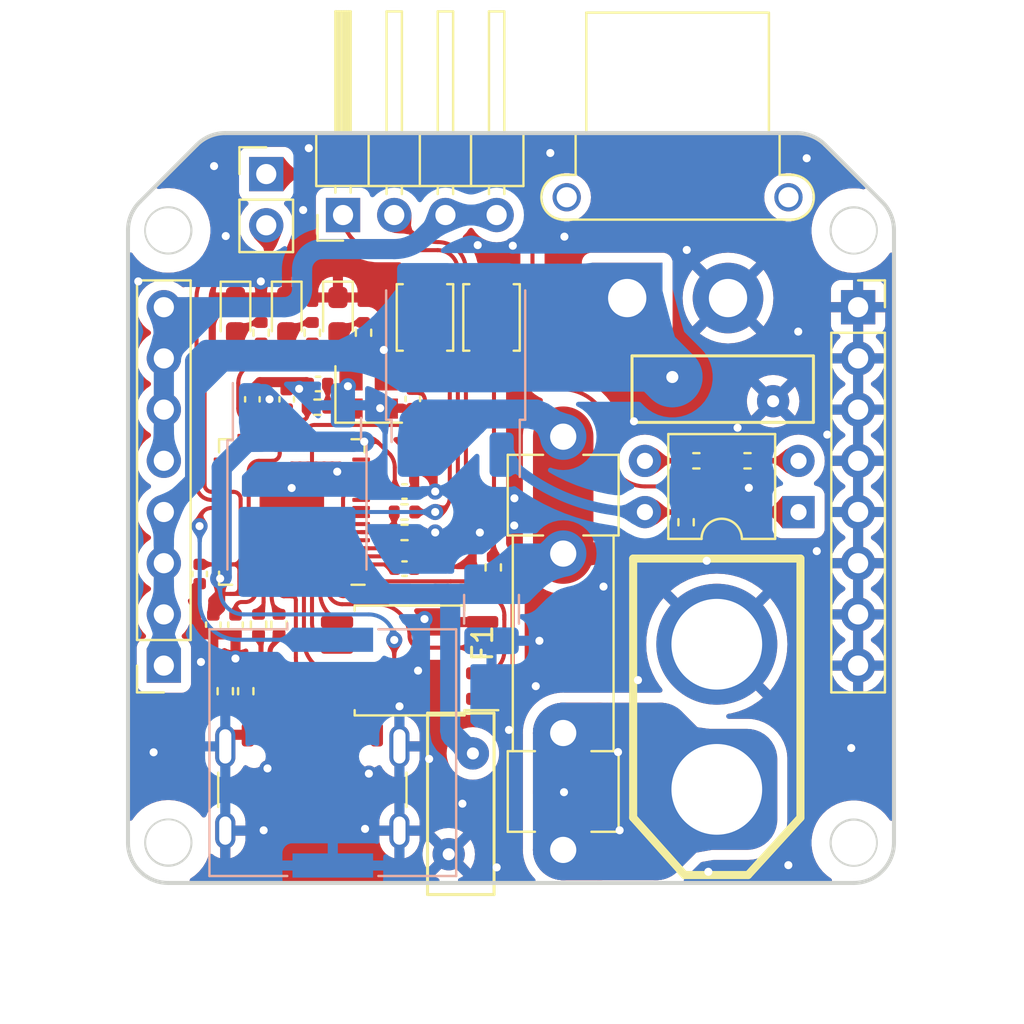
<source format=kicad_pcb>
(kicad_pcb (version 20221018) (generator pcbnew)
  (layers (0 "F.Cu" signal) (31 "B.Cu" signal) (34 "B.Paste" user) (35 "F.Paste" user) (36 "B.SilkS" user "B.Silkscreen") (37 "F.SilkS" user "F.Silkscreen") (38 "B.Mask" user) (39 "F.Mask" user) (44 "Edge.Cuts" user))
  (net 0 "")
  (net 1 "Net-(BT1-+)")
  (net 2 "GND")
  (net 3 "Net-(BZ1--)")
  (net 4 "+1V1")
  (net 5 "+3.3V")
  (net 6 "Net-(U2-XIN)")
  (net 7 "Net-(C5-Pad2)")
  (net 8 "/Temp+12v")
  (net 9 "Net-(D1-A)")
  (net 10 "Net-(D2-A)")
  (net 11 "Net-(D3-A)")
  (net 13 "Net-(J1-CC1)")
  (net 14 "Net-(J1-D+-PadA6)")
  (net 15 "Net-(J1-D--PadA7)")
  (net 17 "Net-(J1-CC2)")
  (net 19 "+12V")
  (net 20 "+48V")
  (net 21 "/UART_TX")
  (net 22 "/UART_RX")
  (net 23 "/FET")
  (net 24 "/SW")
  (net 25 "Net-(Q1-G)")
  (net 26 "/BOOT")
  (net 27 "Net-(U1-~{CS})")
  (net 28 "Net-(U2-XOUT)")
  (net 29 "/voltage")
  (net 30 "/D-")
  (net 31 "/D+")
  (net 32 "Net-(R14-Pad2)")
  (net 33 "Net-(R15-Pad2)")
  (net 34 "/RUN")
  (net 35 "Net-(U1-DO(IO1))")
  (net 36 "Net-(U1-IO2)")
  (net 37 "Net-(U1-DI(IO0))")
  (net 38 "Net-(U1-CLK)")
  (net 39 "Net-(U1-IO3)")
  (footprint "Crystal:Crystal_SMD_2520-4Pin_2.5x2.0mm" (layer "F.Cu") (at 145.29 95.77)
    (fp_text reference "Y1" hide)
    (fp_text value "Crystal_GND24" hide)
  )
  (footprint "Capacitor_SMD:C_0402_1005Metric" (layer "F.Cu") (at 139.52 96.01 -90)
    (fp_text reference "C2" hide)
    (fp_text value "0.1μ" hide)
  )
  (footprint "Connector_PinHeader_2.54mm:PinHeader_1x04_P2.54mm_Horizontal" (layer "F.Cu") (at 144.018 86.868 90)
    (fp_text reference "J4" hide)
    (fp_text value "Conn_01x04_Socket" hide)
  )
  (footprint "Capacitor_SMD:C_0402_1005Metric" (layer "F.Cu") (at 147.068 104.41 180)
    (fp_text reference "C8" hide)
    (fp_text value "0.1μ" hide)
  )
  (footprint "Resistor_SMD:R_0402_1005Metric" (layer "F.Cu") (at 139.826 107.186 90)
    (fp_text reference "R12" hide)
    (fp_text value "27" hide)
  )
  (footprint "Resistor_SMD:R_0402_1005Metric" (layer "F.Cu") (at 142.748 96.4015)
    (fp_text reference "R2" hide)
    (fp_text value "1k" hide)
  )
  (footprint "Connector_USB:USB_C_Receptacle_GCT_USB4105-xx-A_16P_TopMnt_Horizontal" (layer "F.Cu") (at 142.496 116.332)
    (fp_text reference "J1" hide)
    (fp_text value "USB_C_Receptacle_USB2.0" hide)
  )
  (footprint "Resistor_SMD:R_0402_1005Metric" (layer "F.Cu") (at 161.036 102.108 90)
    (fp_text reference "R16" hide)
    (fp_text value "1k" hide)
  )
  (footprint "Capacitor_SMD:C_0402_1005Metric" (layer "F.Cu") (at 136.906 104.676 90)
    (fp_text reference "C7" hide)
    (fp_text value "0.1μ" hide)
  )
  (footprint "Connector_PinSocket_2.54mm:PinSocket_1x08_P2.54mm_Vertical" (layer "F.Cu") (at 135.128 109.22 180)
    (fp_text reference "J2" hide)
    (fp_text value "Conn_01x08_Socket" hide)
  )
  (footprint "Connector_AMASS:AMASS_XT60-M_1x02_P7.20mm_Vertical" (layer "F.Cu") (at 162.56 115.36 90)
    (fp_text reference "BT1" hide)
    (fp_text value "Battery" hide)
  )
  (footprint "Capacitor_SMD:C_0402_1005Metric" (layer "F.Cu") (at 137.581778 107.188974 -90)
    (fp_text reference "C11" hide)
    (fp_text value "0.1μ" hide)
  )
  (footprint "Button_Switch_SMD:SW_SPST_B3U-1000P" (layer "F.Cu") (at 151.384 91.948 90)
    (fp_text reference "SW2" hide)
    (fp_text value "SW_Push" hide)
  )
  (footprint "Capacitor_SMD:C_0402_1005Metric" (layer "F.Cu") (at 141.224 96.012 -90)
    (fp_text reference "C9" hide)
    (fp_text value "0.1μ" hide)
  )
  (footprint "MountingHole:MountingHole_2.2mm_M2" (layer "F.Cu") (at 135.34 87.63)
    (fp_text reference "REF**" hide)
    (fp_text value "MountingHole_2.2mm_M2" hide)
  )
  (footprint "Capacitor_SMD:C_0402_1005Metric" (layer "F.Cu") (at 147.48 95.99 -90)
    (fp_text reference "C4" hide)
    (fp_text value "C_Small" hide)
  )
  (footprint "Resistor_SMD:R_0402_1005Metric" (layer "F.Cu") (at 139.192 110.49 90)
    (fp_text reference "R10" hide)
    (fp_text value "5.1k" hide)
  )
  (footprint "Capacitor_SMD:C_0402_1005Metric" (layer "F.Cu") (at 147.066 100.584 180)
    (fp_text reference "C6" hide)
    (fp_text value "0.1μ" hide)
  )
  (footprint "Button_Switch_SMD:SW_SPST_B3U-1000P" (layer "F.Cu") (at 148.082 91.948 90)
    (fp_text reference "SW1" hide)
    (fp_text value "SW_Push" hide)
  )
  (footprint "Varistor:RV_Disc_D9mm_W3.3mm_P5mm" (layer "F.Cu") (at 160.354 94.904)
    (fp_text reference "RV2" hide)
    (fp_text value "Varistor" hide)
  )
  (footprint "Package_SO:SOIC-8_5.23x5.23mm_P1.27mm" (layer "F.Cu") (at 147.32 108.966 180)
    (fp_text reference "U1" hide)
    (fp_text value "W25Q128JVS" hide)
  )
  (footprint "Fuse:Fuseholder_Clip-5x20mm_Littelfuse_520_Inline_P20.50x5.80mm_D1.30mm_Horizontal" (layer "F.Cu") (at 154.94 118.364 90)
    (fp_text reference "F1")
    (fp_text value "Fuse15A")
  )
  (footprint "Resistor_SMD:R_0402_1005Metric" (layer "F.Cu") (at 142.494 92.708 90)
    (fp_text reference "R4" hide)
    (fp_text value "1k" hide)
  )
  (footprint "LED_SMD:LED_0603_1608Metric_Pad1.05x0.95mm_HandSolder" (layer "F.Cu") (at 141.224 91.833 -90)
    (fp_text reference "D2" hide)
    (fp_text value "LED" hide)
  )
  (footprint "Resistor_SMD:R_0402_1005Metric" (layer "F.Cu") (at 140.843 107.188 90)
    (fp_text reference "R13" hide)
    (fp_text value "27" hide)
  )
  (footprint "Package_DIP:DIP-4_W7.62mm" (layer "F.Cu") (at 166.614 101.605 180)
    (fp_text reference "U3" hide)
    (fp_text value "SFH617A-1" hide)
  )
  (footprint "Resistor_SMD:R_0402_1005Metric" (layer "F.Cu") (at 139.954 92.708 90)
    (fp_text reference "R5" hide)
    (fp_text value "100" hide)
  )
  (footprint "MountingHole:MountingHole_2.2mm_M2" (layer "F.Cu") (at 169.36 87.64)
    (fp_text reference "REF**" hide)
    (fp_text value "MountingHole_2.2mm_M2" hide)
  )
  (footprint "MountingHole:MountingHole_2.2mm_M2" (layer "F.Cu") (at 135.35 117.99)
    (fp_text reference "REF**" hide)
    (fp_text value "MountingHole_2.2mm_M2" hide)
  )
  (footprint "Connector_AMASS:AMASS_XT30PW-F_1x02_P2.50mm_Horizontal" (layer "F.Cu") (at 158.116 90.986)
    (fp_text reference "J5" hide)
    (fp_text value "Conn_01x02_Socket" hide)
  )
  (footprint "Resistor_SMD:R_0402_1005Metric" (layer "F.Cu") (at 138.176 110.49 90)
    (fp_text reference "R11" hide)
    (fp_text value "5.1k" hide)
  )
  (footprint "LED_SMD:LED_0603_1608Metric_Pad1.05x0.95mm_HandSolder" (layer "F.Cu") (at 143.764 91.833 -90)
    (fp_text reference "D1" hide)
    (fp_text value "LED" hide)
  )
  (footprint "Connector_PinSocket_2.54mm:PinSocket_1x08_P2.54mm_Vertical" (layer "F.Cu") (at 169.57 91.44)
    (fp_text reference "J3" hide)
    (fp_text value "Conn_01x08_Socket" hide)
  )
  (footprint "Resistor_SMD:R_0402_1005Metric" (layer "F.Cu") (at 147.068 102.616)
    (fp_text reference "R9" hide)
    (fp_text value "1k" hide)
  )
  (footprint "Resistor_SMD:R_0402_1005Metric" (layer "F.Cu") (at 161.546 99.06 180)
    (fp_text reference "R15" hide)
    (fp_text value "1k" hide)
  )
  (footprint "MountingHole:MountingHole_2.2mm_M2" (layer "F.Cu") (at 169.36 118.01)
    (fp_text reference "REF**" hide)
    (fp_text value "MountingHole_2.2mm_M2" hide)
  )
  (footprint "Capacitor_SMD:C_0402_1005Metric" (layer "F.Cu") (at 142.776 95.25)
    (fp_text reference "C5" hide)
    (fp_text value "C_Small" hide)
  )
  (footprint "Resistor_SMD:R_0402_1005Metric" (layer "F.Cu") (at 151.47 104.35 -90)
    (fp_text reference "R1" hide)
    (fp_text value "1k" hide)
  )
  (footprint "LED_SMD:LED_0603_1608Metric_Pad1.05x0.95mm_HandSolder" (layer "F.Cu") (at 138.684 91.833 -90)
    (fp_text reference "D3" hide)
    (fp_text value "LED" hide)
  )
  (footprint "Varistor:RV_Disc_D9mm_W3.3mm_P5mm" (layer "F.Cu") (at 150.46 113.578 -90)
    (fp_text reference "RV1" hide)
    (fp_text value "Varistor" hide)
  )
  (footprint "Resistor_SMD:R_0402_1005Metric" (layer "F.Cu") (at 164.084 99.06)
    (fp_text reference "R14" hide)
    (fp_text value "330" hide)
  )
  (footprint "Package_DFN_QFN:QFN-56-1EP_7x7mm_P0.4mm_EP3.2x3.2mm" (layer "F.Cu") (at 141.478 101.6 180)
    (fp_text reference "U2" hide)
    (fp_text value "RP2040" hide)
  )
  (footprint "Resistor_SMD:R_0402_1005Metric" (layer "F.Cu") (at 145.034 92.708 90)
    (fp_text reference "R3" hide)
    (fp_text value "1k" hide)
  )
  (footprint "Resistor_SMD:R_0402_1005Metric" (layer "F.Cu") (at 147.066 101.6 180)
    (fp_text reference "R8" hide)
    (fp_text value "3k" hide)
  )
  (footprint "Connector_PinHeader_2.54mm:PinHeader_1x02_P2.54mm_Vertical" (layer "F.Cu") (at 140.208 84.836)
    (fp_text reference "J6" hide)
    (fp_text value "Conn_01x02_Socket" hide)
  )
  (footprint "Capacitor_SMD:C_0402_1005Metric" (layer "F.Cu") (at 138.684 107.188 90)
    (fp_text reference "C1" hide)
    (fp_text value "0.1μ" hide)
  )
  (footprint "Package_TO_SOT_SMD:TO-252-2" (layer "B.Cu") (at 141.732 101.346 -90)
    (fp_text reference "U4" hide)
    (fp_text value "AZ1084-5.0" hide)
  )
  (footprint "Capacitor_SMD:C_1210_3225Metric_Pad1.33x2.70mm_HandSolder" (layer "B.Cu") (at 151.384 106.426 -90)
    (fp_text reference "C10" hide)
    (fp_text value "47μ" hide)
  )
  (footprint "Buzzer_Beeper:Buzzer_Murata_PKLCS1212E" (layer "B.Cu") (at 143.51 113.538 -90)
    (fp_text reference "BZ1" hide)
    (fp_text value "Buzzer" hide)
  )
  (footprint "Package_TO_SOT_SMD:TO-252-2" (layer "B.Cu") (at 149.606 93.716 90)
    (fp_text reference "Q1" hide)
    (fp_text value "PMOS" hide)
  )
  (gr_arc (start 136.764213 83.38736) (mid 137.41306 82.953814) (end 138.178427 82.801573) (stroke (width 0.2)) (layer "Edge.Cuts"))
  (gr_line (start 136.764213 83.38736) (end 133.935786 86.215787) (stroke (width 0.2)) (layer "Edge.Cuts"))
  (gr_circle (center 169.35 118.002584) (end 169.35 116.902584) (stroke (width 0.2)) (fill none) (layer "Edge.Cuts"))
  (gr_arc (start 170.764214 86.215787) (mid 171.197759 86.864633) (end 171.35 87.63) (stroke (width 0.2)) (layer "Edge.Cuts"))
  (gr_arc (start 135.35 120.002584) (mid 133.935786 119.416798) (end 133.35 118.002584) (stroke (width 0.2)) (layer "Edge.Cuts"))
  (gr_circle (center 169.35 87.63) (end 169.35 86.53) (stroke (width 0.2)) (fill none) (layer "Edge.Cuts"))
  (gr_circle (center 135.35 87.63) (end 135.35 86.53) (stroke (width 0.2)) (fill none) (layer "Edge.Cuts"))
  (gr_line (start 166.521573 82.801573) (end 138.178427 82.801573) (stroke (width 0.2)) (layer "Edge.Cuts"))
  (gr_line (start 171.35 118.002584) (end 171.35 87.63) (stroke (width 0.2)) (layer "Edge.Cuts"))
  (gr_arc (start 171.35 118.002584) (mid 170.764214 119.416798) (end 169.35 120.002584) (stroke (width 0.2)) (layer "Edge.Cuts"))
  (gr_arc (start 166.521573 82.801573) (mid 167.28694 82.953814) (end 167.935787 83.38736) (stroke (width 0.2)) (layer "Edge.Cuts"))
  (gr_circle (center 135.35 118.002584) (end 135.35 116.902584) (stroke (width 0.2)) (fill none) (layer "Edge.Cuts"))
  (gr_line (start 170.764214 86.215787) (end 167.935787 83.38736) (stroke (width 0.2)) (layer "Edge.Cuts"))
  (gr_line (start 133.35 87.63) (end 133.35 118.002584) (stroke (width 0.2)) (layer "Edge.Cuts"))
  (gr_arc (start 133.35 87.63) (mid 133.502241 86.864633) (end 133.935786 86.215787) (stroke (width 0.2)) (layer "Edge.Cuts"))
  (gr_line (start 135.35 120.002584) (end 169.35 120.002584) (stroke (width 0.2)) (layer "Edge.Cuts"))
  (segment (start 157.944 115.36) (end 154.94 118.364) (width 3) (layer "F.Cu") (net 1))
  (segment (start 157.736 115.36) (end 154.94 112.564) (width 3) (layer "F.Cu") (net 1))
  (segment (start 154.94 112.564) (end 156.714 112.564) (width 3) (layer "F.Cu") (net 1))
  (segment (start 154.94 118.364) (end 156.766 118.364) (width 3) (layer "F.Cu") (net 1))
  (segment (start 154.94 115.54) (end 154.98 115.5) (width 3) (layer "F.Cu") (net 1))
  (segment (start 154.94 115.46) (end 154.94 112.564) (width 3) (layer "F.Cu") (net 1))
  (segment (start 154.94 112.564) (end 159.764 112.564) (width 3) (layer "F.Cu") (net 1))
  (segment (start 154.94 118.364) (end 154.94 115.54) (width 3) (layer "F.Cu") (net 1))
  (segment (start 156.714 112.564) (end 157.66 113.51) (width 3) (layer "F.Cu") (net 1))
  (segment (start 162.56 115.36) (end 157.944 115.36) (width 3) (layer "F.Cu") (net 1))
  (segment (start 159.764 112.564) (end 162.56 115.36) (width 3) (layer "F.Cu") (net 1))
  (segment (start 154.98 115.5) (end 154.94 115.46) (width 3) (layer "F.Cu") (net 1))
  (segment (start 156.766 118.364) (end 157.74 117.39) (width 3) (layer "F.Cu") (net 1))
  (segment (start 159.556 118.364) (end 162.56 115.36) (width 3) (layer "F.Cu") (net 1))
  (segment (start 154.94 118.364) (end 159.556 118.364) (width 3) (layer "F.Cu") (net 1))
  (segment (start 162.56 115.36) (end 157.736 115.36) (width 3) (layer "F.Cu") (net 1))
  (via (at 157.66 113.51) (size 0.8) (drill 0.4) (layers "F.Cu" "B.Cu") (net 1))
  (via (at 154.98 115.5) (size 0.8) (drill 0.4) (layers "F.Cu" "B.Cu") (net 1))
  (via (at 157.74 117.39) (size 0.8) (drill 0.4) (layers "F.Cu" "B.Cu") (net 1))
  (segment (start 157.736 115.36) (end 154.94 112.564) (width 3) (layer "B.Cu") (net 1))
  (segment (start 154.94 118.364) (end 159.556 118.364) (width 3) (layer "B.Cu") (net 1))
  (segment (start 162.56 115.36) (end 157.944 115.36) (width 3) (layer "B.Cu") (net 1))
  (segment (start 154.94 112.564) (end 154.94 118.364) (width 3) (layer "B.Cu") (net 1))
  (segment (start 162.56 115.36) (end 157.736 115.36) (width 3) (layer "B.Cu") (net 1))
  (segment (start 159.556 118.364) (end 162.56 115.36) (width 3) (layer "B.Cu") (net 1))
  (segment (start 157.944 115.36) (end 154.94 118.364) (width 3) (layer "B.Cu") (net 1))
  (segment (start 154.94 112.564) (end 159.764 112.564) (width 3) (layer "B.Cu") (net 1))
  (segment (start 159.764 112.564) (end 162.56 115.36) (width 3) (layer "B.Cu") (net 1))
  (segment (start 136.73 107.005462) (end 136.73 105.332) (width 0.5) (layer "F.Cu") (net 2))
  (segment (start 142.203898 95.157898) (end 142.296 95.25) (width 0.5) (layer "F.Cu") (net 2))
  (segment (start 142.478 98.1625) (end 142.478 100.6) (width 0.2) (layer "F.Cu") (net 2))
  (segment (start 147.48 96.47) (end 146.165 96.47) (width 0.25) (layer "F.Cu") (net 2))
  (segment (start 139.892102 95.157898) (end 142.203898 95.157898) (width 0.5) (layer "F.Cu") (net 2))
  (segment (start 139.52 95.53) (end 139.892102 95.157898) (width 0.5) (layer "F.Cu") (net 2))
  (segment (start 142.478 100.6) (end 141.478 101.6) (width 0.2) (layer "F.Cu") (net 2))
  (segment (start 137.392538 107.668) (end 136.73 107.005462) (width 0.5) (layer "F.Cu") (net 2))
  (segment (start 136.73 105.332) (end 136.906 105.156) (width 0.5) (layer "F.Cu") (net 2))
  (segment (start 138.684 107.668) (end 137.392538 107.668) (width 0.5) (layer "F.Cu") (net 2))
  (segment (start 147.548 104.41) (end 149.014869 104.41) (width 0.2) (layer "F.Cu") (net 2))
  (via (at 158.65 109.94) (size 0.8) (drill 0.4) (layers "F.Cu" "B.Cu") (net 2))
  (via (at 141.84 95.49) (size 0.8) (drill 0.4) (layers "F.Cu" "B.Cu") (net 2))
  (via (at 145.11 117.32) (size 0.8) (drill 0.4) (layers "F.Cu" "B.Cu") (net 2))
  (via (at 133.86 90.16) (size 0.8) (drill 0.4) (layers "F.Cu" "B.Cu") (net 2))
  (via (at 138.68 108.87) (size 0.8) (drill 0.4) (layers "F.Cu" "B.Cu") (net 2))
  (via (at 156.94 105.3) (size 0.8) (drill 0.4) (layers "F.Cu" "B.Cu") (net 2))
  (via (at 149.94 116.07) (size 0.8) (drill 0.4) (layers "F.Cu" "B.Cu") (net 2))
  (via (at 144.26 95.36) (size 0.8) (drill 0.4) (layers "F.Cu" "B.Cu") (net 2))
  (via (at 150.806156 102.618712) (size 0.8) (drill 0.4) (layers "F.Cu" "B.Cu") (net 2))
  (via (at 158.45 97.1) (size 0.8) (drill 0.4) (layers "F.Cu" "B.Cu") (net 2))
  (via (at 137.62 84.44) (size 0.8) (drill 0.4) (layers "F.Cu" "B.Cu") (net 2))
  (via (at 153.76 107.99) (size 0.8) (drill 0.4) (layers "F.Cu" "B.Cu") (net 2))
  (via (at 148.59 100.584) (size 0.8) (drill 0.4) (layers "F.Cu" "B.Cu") (net 2))
  (via (at 145.86 96.45) (size 0.8) (drill 0.4) (layers "F.Cu" "B.Cu") (net 2))
  (via (at 141.47 100.41) (size 0.8) (drill 0.4) (layers "F.Cu" "B.Cu") (net 2))
  (via (at 143.73 99.6) (size 0.8) (drill 0.4) (layers "F.Cu" "B.Cu") (net 2))
  (via (at 162.06 104.02) (size 0.8) (drill 0.4) (layers "F.Cu" "B.Cu") (net 2))
  (via (at 140.08 117.39) (size 0.8) (drill 0.4) (layers "F.Cu" "B.Cu") (net 2))
  (via (at 148.59 102.616) (size 0.8) (drill 0.4) (layers "F.Cu" "B.Cu") (net 2))
  (via (at 151.64 119.23) (size 0.8) (drill 0.4) (layers "F.Cu" "B.Cu") (net 2))
  (via (at 152.52 100.92) (size 0.8) (drill 0.4) (layers "F.Cu" "B.Cu") (net 2))
  (via (at 155 87.94) (size 0.8) (drill 0.4) (layers "F.Cu" "B.Cu") (net 2))
  (via (at 166.6 92.65) (size 0.8) (drill 0.4) (layers "F.Cu" "B.Cu") (net 2))
  (via (at 169.23 113.31) (size 0.8) (drill 0.4) (layers "F.Cu" "B.Cu") (net 2))
  (via (at 152.51 102.27) (size 0.8) (drill 0.4) (layers "F.Cu" "B.Cu") (net 2))
  (via (at 138.2 87.91) (size 0.8) (drill 0.4) (layers "F.Cu" "B.Cu") (net 2))
  (via (at 167.52 103.54) (size 0.8) (drill 0.4) (layers "F.Cu" "B.Cu") (net 2))
  (via (at 163.59 97.42) (size 0.8) (drill 0.4) (layers "F.Cu" "B.Cu") (net 2))
  (via (at 152.44 88.39) (size 0.8) (drill 0.4) (layers "F.Cu" "B.Cu") (net 2))
  (via (at 148.06 106.91) (size 0.8) (drill 0.4) (layers "F.Cu" "B.Cu") (net 2))
  (via (at 134.62 113.52) (size 0.8) (drill 0.4) (layers "F.Cu" "B.Cu") (net 2))
  (via (at 140.27 114.32) (size 0.8) (drill 0.4) (layers "F.Cu" "B.Cu") (net 2))
  (via (at 166.11 119.12) (size 0.8) (drill 0.4) (layers "F.Cu" "B.Cu") (net 2))
  (via (at 167.02 84.05) (size 0.8) (drill 0.4) (layers "F.Cu" "B.Cu") (net 2))
  (via (at 139.94 90.16) (size 0.8) (drill 0.4) (layers "F.Cu" "B.Cu") (net 2))
  (via (at 147.74 109.47) (size 0.8) (drill 0.4) (layers "F.Cu" "B.Cu") (net 2))
  (via (at 142.04 86.62) (size 0.8) (drill 0.4) (layers "F.Cu" "B.Cu") (net 2))
  (via (at 146.82 111.24) (size 0.8) (drill 0.4) (layers "F.Cu" "B.Cu") (net 2))
  (via (at 145.3 114.58) (size 0.8) (drill 0.4) (layers "F.Cu" "B.Cu") (net 2))
  (via (at 154.3 83.79) (size 0.8) (drill 0.4) (layers "F.Cu" "B.Cu") (net 2))
  (via (at 153.58 110.24) (size 0.8) (drill 0.4) (layers "F.Cu" "B.Cu") (net 2))
  (via (at 148.29 113.85) (size 0.8) (drill 0.4) (layers "F.Cu" "B.Cu") (net 2))
  (via (at 152.25 112.41) (size 0.8) (drill 0.4) (layers "F.Cu" "B.Cu") (net 2))
  (via (at 136.97 109.04) (size 0.8) (drill 0.4) (layers "F.Cu" "B.Cu") (net 2))
  (via (at 161.07 88.6) (size 0.8) (drill 0.4) (layers "F.Cu" "B.Cu") (net 2))
  (via (at 168.04 97.76) (size 0.8) (drill 0.4) (layers "F.Cu" "B.Cu") (net 2))
  (via (at 164.15 100.4) (size 0.8) (drill 0.4) (layers "F.Cu" "B.Cu") (net 2))
  (via (at 142.32 83.55) (size 0.8) (drill 0.4) (layers "F.Cu" "B.Cu") (net 2))
  (via (at 150.7 88.36) (size 0.8) (drill 0.4) (layers "F.Cu" "B.Cu") (net 2))
  (via (at 162.14 119.45) (size 0.8) (drill 0.4) (layers "F.Cu" "B.Cu") (net 2))
  (arc (start 149.014869 104.41) (mid 150.2815 103.885344) (end 150.806156 102.618712) (width 0.2) (layer "F.Cu") (net 2))
  (segment (start 146.1 96.69) (end 146.1 98.81) (width 0.25) (layer "B.Cu") (net 2))
  (segment (start 145.31 99.6) (end 143.73 99.6) (width 0.25) (layer "B.Cu") (net 2))
  (segment (start 145.86 96.45) (end 146.1 96.69) (width 0.25) (layer "B.Cu") (net 2))
  (segment (start 146.1 98.81) (end 145.31 99.6) (width 0.25) (layer "B.Cu") (net 2))
  (segment (start 136.899287 102.300001) (end 136.907558 102.29173) (width 0.2) (layer "F.Cu") (net 3))
  (segment (start 136.907558 102.29173) (end 136.907558 101.927753) (width 0.2) (layer "F.Cu") (net 3))
  (segment (start 137.500569 101.4) (end 138.0405 101.4) (width 0.2) (layer "F.Cu") (net 3))
  (via (at 136.899287 102.300001) (size 0.8) (drill 0.4) (layers "F.Cu" "B.Cu") (net 3))
  (arc (start 136.907558 101.927753) (mid 137.104389 101.551243) (end 137.500569 101.4) (width 0.2) (layer "F.Cu") (net 3))
  (segment (start 136.899287 102.300001) (end 136.908194 102.308908) (width 0.2) (layer "B.Cu") (net 3))
  (segment (start 138.825744 107.938) (end 143.51 107.938) (width 0.2) (layer "B.Cu") (net 3))
  (segment (start 136.908194 102.308908) (end 136.908194 106.155403) (width 0.2) (layer "B.Cu") (net 3))
  (arc (start 136.908194 106.155403) (mid 137.517584 107.423319) (end 138.825744 107.938) (width 0.2) (layer "B.Cu") (net 3))
  (segment (start 141.678 105.0375) (end 141.678 104.496079) (width 0.2) (layer "F.Cu") (net 4))
  (segment (start 139.85221 99.06) (end 140.510797 99.06) (width 0.2) (layer "F.Cu") (net 4))
  (segment (start 141.321921 104.14) (end 140.462 104.14) (width 0.2) (layer "F.Cu") (net 4))
  (segment (start 140.878 97.62798) (end 140.878 98.1625) (width 0.2) (layer "F.Cu") (net 4))
  (segment (start 139.338 103.820039) (end 139.338 99.57421) (width 0.2) (layer "F.Cu") (net 4))
  (segment (start 140.311995 97.282) (end 140.53202 97.282) (width 0.2) (layer "F.Cu") (net 4))
  (segment (start 140.462 104.14) (end 140.03389 104.14) (width 0.2) (layer "F.Cu") (net 4))
  (segment (start 140.462 104.14) (end 139.657961 104.14) (width 0.2) (layer "F.Cu") (net 4))
  (segment (start 140.878 98.692797) (end 140.878 98.1625) (width 0.2) (layer "F.Cu") (net 4))
  (segment (start 139.678 105.570033) (end 139.678 105.0375) (width 0.2) (layer "F.Cu") (net 4))
  (segment (start 139.677 104.49689) (end 139.677 105.0375) (width 0.2) (layer "F.Cu") (net 4))
  (segment (start 138.984 106.066104) (end 139.181929 106.066104) (width 0.2) (layer "F.Cu") (net 4))
  (segment (start 138.684 106.708) (end 138.684 106.366104) (width 0.2) (layer "F.Cu") (net 4))
  (arc (start 139.338 99.57421) (mid 139.488609 99.210609) (end 139.85221 99.06) (width 0.2) (layer "F.Cu") (net 4))
  (arc (start 139.338 103.820039) (mid 139.431714 104.046286) (end 139.657961 104.14) (width 0.2) (layer "F.Cu") (net 4))
  (arc (start 139.181929 106.066104) (mid 139.532704 105.920808) (end 139.678 105.570033) (width 0.2) (layer "F.Cu") (net 4))
  (arc (start 140.311995 97.282) (mid 139.75197 97.05003) (end 139.52 96.49) (width 0.2) (layer "F.Cu") (net 4))
  (arc (start 140.53202 97.282) (mid 140.776665 97.383335) (end 140.878 97.62798) (width 0.2) (layer "F.Cu") (net 4))
  (arc (start 139.677 104.49689) (mid 139.781531 104.244531) (end 140.03389 104.14) (width 0.2) (layer "F.Cu") (net 4))
  (arc (start 140.878 98.692797) (mid 140.770449 98.952449) (end 140.510797 99.06) (width 0.2) (layer "F.Cu") (net 4))
  (arc (start 138.684 106.366104) (mid 138.771868 106.153972) (end 138.984 106.066104) (width 0.2) (layer "F.Cu") (net 4))
  (arc (start 141.678 104.496079) (mid 141.573707 104.244293) (end 141.321921 104.14) (width 0.2) (layer "F.Cu") (net 4))
  (segment (start 137.15 95.190818) (end 137.15 100.247217) (width 0.2) (layer "F.Cu") (net 5))
  (segment (start 141.278 96.9151) (end 141.278 98.1625) (width 0.2) (layer "F.Cu") (net 5))
  (segment (start 141.088372 105.78) (end 141.48449 105.78) (width 0.2) (layer "F.Cu") (net 5))
  (segment (start 141.224 96.492) (end 141.278 96.546) (width 0.2) (layer "F.Cu") (net 5))
  (segment (start 137.922 104.902) (end 137.922 105.664) (width 0.5) (layer "F.Cu") (net 5))
  (segment (start 138.0405 100.6) (end 138.58152 100.6) (width 0.2) (layer "F.Cu") (net 5))
  (segment (start 146.558 100.556) (end 146.514 100.6) (width 0.2) (layer "F.Cu") (net 5))
  (segment (start 137.922 105.664) (end 137.922 106.368752) (width 0.5) (layer "F.Cu") (net 5))
  (segment (start 141.678 105.973498) (end 141.678 108.828997) (width 0.2) (layer "F.Cu") (net 5))
  (segment (start 138.577169 104.2) (end 138.0405 104.2) (width 0.2) (layer "F.Cu") (net 5))
  (segment (start 138.43 105.664) (end 138.051042 105.664) (width 0.2) (layer "F.Cu") (net 5))
  (segment (start 139.278 105.0375) (end 139.278 105.364) (width 0.2) (layer "F.Cu") (net 5))
  (segment (start 138.938 100.95648) (end 138.938 103.839169) (width 0.2) (layer "F.Cu") (net 5))
  (segment (start 138.978 105.664) (end 138.43 105.664) (width 0.2) (layer "F.Cu") (net 5))
  (segment (start 144.9155 100.6) (end 144.37729 100.6) (width 0.2) (layer "F.Cu") (net 5))
  (segment (start 141.278 105.0375) (end 141.278 105.57351) (width 0.2) (layer "F.Cu") (net 5))
  (segment (start 138.578 105.664) (end 138.43 105.664) (width 0.2) (layer "F.Cu") (net 5))
  (segment (start 144.367221 104.2) (end 144.9155 104.2) (width 0.2) (layer "F.Cu") (net 5))
  (segment (start 139.312006 93.86) (end 138.480818 93.86) (width 0.2) (layer "F.Cu") (net 5))
  (segment (start 140.878 105.0375) (end 140.878 105.569628) (width 0.2) (layer "F.Cu") (net 5))
  (segment (start 146.586 99.392214) (end 146.586 100.584) (width 0.2) (layer "F.Cu") (net 5))
  (segment (start 146.378 104.2) (end 144.9155 104.2) (width 0.2) (layer "F.Cu") (net 5))
  (segment (start 144.853658 110.871) (end 143.72 110.871) (width 0.2) (layer "F.Cu") (net 5))
  (segment (start 136.906 104.112) (end 136.994 104.2) (width 0.2) (layer "F.Cu") (net 5))
  (segment (start 140.8549 96.492) (end 141.224 96.492) (width 0.2) (layer "F.Cu") (net 5))
  (segment (start 138.0405 104.2) (end 138.582378 104.2) (width 0.2) (layer "F.Cu") (net 5))
  (segment (start 141.278 96.546) (end 141.278 98.1625) (width 0.2) (layer "F.Cu") (net 5))
  (segment (start 138.878 105.0375) (end 138.878 105.364) (width 0.2) (layer "F.Cu") (net 5))
  (segment (start 146.514 100.6) (end 144.9155 100.6) (width 0.2) (layer "F.Cu") (net 5))
  (segment (start 137.581778 106.708974) (end 137.581778 106.004222) (width 0.5) (layer "F.Cu") (net 5))
  (segment (start 140.370798 96.007898) (end 141.278 96.9151) (width 0.2) (layer "F.Cu") (net 5))
  (segment (start 138.878 104.495622) (end 138.878 105.0375) (width 0.2) (layer "F.Cu") (net 5))
  (segment (start 137.502783 100.6) (end 138.0405 100.6) (width 0.2) (layer "F.Cu") (net 5))
  (segment (start 136.994 104.2) (end 138.0405 104.2) (width 0.2) (layer "F.Cu") (net 5))
  (segment (start 146.588 104.41) (end 146.378 104.2) (width 0.2) (layer "F.Cu") (net 5))
  (segment (start 137.922 106.368752) (end 137.581778 106.708974) (width 0.5) (layer "F.Cu") (net 5))
  (segment (start 145.71518 98.11) (end 146.361202 98.756022) (width 0.2) (layer "F.Cu") (net 5))
  (segment (start 144.018 100.95929) (end 144.018 103.850779) (width 0.2) (layer "F.Cu") (net 5))
  (segment (start 146.558 107.95) (end 146.558 109.166658) (width 0.2) (layer "F.Cu") (net 5))
  (segment (start 137.581778 106.004222) (end 137.922 105.664) (width 0.5) (layer "F.Cu") (net 5))
  (segment (start 145.07 98.11) (end 145.71518 98.11) (width 0.2) (layer "F.Cu") (net 5))
  (segment (start 140.370798 96.007898) (end 140.8549 96.492) (width 0.2) (layer "F.Cu") (net 5))
  (via (at 145.07 98.11) (size 0.8) (drill 0.4) (layers "F.Cu" "B.Cu") (net 5))
  (via (at 146.558 107.95) (size 0.8) (drill 0.4) (layers "F.Cu" "B.Cu") (net 5))
  (via (at 140.370798 96.007898) (size 0.8) (drill 0.4) (layers "F.Cu" "B.Cu") (net 5))
  (via (at 137.922 104.902) (size 0.8) (drill 0.4) (layers "F.Cu" "B.Cu") (net 5))
  (arc (start 138.878 105.364) (mid 138.790132 105.576132) (end 138.578 105.664) (width 0.2) (layer "F.Cu") (net 5))
  (arc (start 137.15 100.247217) (mid 137.253328 100.496672) (end 137.502783 100.6) (width 0.2) (layer "F.Cu") (net 5))
  (arc (start 144.367221 104.2) (mid 144.120284 104.097716) (end 144.018 103.850779) (width 0.2) (layer "F.Cu") (net 5))
  (arc (start 137.15 95.190818) (mid 137.539788 94.249788) (end 138.480818 93.86) (width 0.2) (layer "F.Cu") (net 5))
  (arc (start 138.938 100.95648) (mid 138.833589 100.704411) (end 138.58152 100.6) (width 0.2) (layer "F.Cu") (net 5))
  (arc (start 139.954 93.218) (mid 139.765964 93.671964) (end 139.312006 93.86) (width 0.2) (layer "F.Cu") (net 5))
  (arc (start 138.938 103.839169) (mid 138.832315 104.094315) (end 138.577169 104.2) (width 0.2) (layer "F.Cu") (net 5))
  (arc (start 141.48449 105.78) (mid 141.621322 105.836671) (end 141.678 105.973498) (width 0.2) (layer "F.Cu") (net 5))
  (arc (start 141.278 105.57351) (mid 141.33848 105.71952) (end 141.48449 105.78) (width 0.2) (layer "F.Cu") (net 5))
  (arc (start 138.582378 104.2) (mid 138.791414 104.286586) (end 138.878 104.495622) (width 0.2) (layer "F.Cu") (net 5))
  (arc (start 146.558 109.166658) (mid 146.05881 110.37181) (end 144.853658 110.871) (width 0.2) (layer "F.Cu") (net 5))
  (arc (start 140.878 105.569628) (mid 140.939617 105.718383) (end 141.088372 105.78) (width 0.2) (layer "F.Cu") (net 5))
  (arc (start 146.361202 98.756022) (mid 146.527548 99.055322) (end 146.586 99.392214) (width 0.2) (layer "F.Cu") (net 5))
  (arc (start 141.678 108.828997) (mid 142.276089 110.272911) (end 143.72 110.871) (width 0.2) (layer "F.Cu") (net 5))
  (arc (start 144.37729 100.6) (mid 144.123234 100.705234) (end 144.018 100.95929) (width 0.2) (layer "F.Cu") (net 5))
  (arc (start 139.278 105.364) (mid 139.190132 105.576132) (end 138.978 105.664) (width 0.2) (layer "F.Cu") (net 5))
  (segment (start 139.27157 98.116) (end 139.954 98.116) (width 1) (layer "B.Cu") (net 5))
  (segment (start 141.56145 97.19855) (end 141.43445 97.07155) (width 1) (layer "B.Cu") (net 5))
  (segment (start 140 95.758) (end 139.452 96.306) (width 1) (layer "B.Cu") (net 5))
  (segment (start 140.34455 97.19855) (end 141.56145 97.19855) (width 1) (layer "B.Cu") (net 5))
  (segment (start 141.43445 97.07155) (end 140.370798 96.007898) (width 1) (layer "B.Cu") (net 5))
  (segment (start 140.1209 95.758) (end 140 95.758) (width 1) (layer "B.Cu") (net 5))
  (segment (start 141.43445 97.07155) (end 140.1209 95.758) (width 1) (layer "B.Cu") (net 5))
  (segment (start 140.716 98.116) (end 144.526 98.116) (width 1) (layer "B.Cu") (net 5))
  (segment (start 139.452 96.306) (end 140.34455 97.19855) (width 1) (layer "B.Cu") (net 5))
  (segment (start 145.07 98.11) (end 145.064 98.116) (width 1) (layer "B.Cu") (net 5))
  (segment (start 139.518 98.116) (end 140.716 98.116) (width 1) (layer "B.Cu") (net 5))
  (segment (start 145.288 106.68) (end 139.099825 106.68) (width 0.2) (layer "B.Cu") (net 5))
  (segment (start 139.452 96.306) (end 140.072696 96.306) (width 1) (layer "B.Cu") (net 5))
  (segment (start 139.452 96.852) (end 140.716 98.116) (width 1) (layer "B.Cu") (net 5))
  (segment (start 139.452 96.306) (end 139.452 98.05) (width 1) (layer "B.Cu") (net 5))
  (segment (start 144.526 98.116) (end 142.4789 98.116) (width 1) (layer "B.Cu") (net 5))
  (segment (start 137.922 105.502175) (end 137.922 104.902) (width 0.2) (layer "B.Cu") (net 5))
  (segment (start 139.452 98.05) (end 139.518 98.116) (width 1) (layer "B.Cu") (net 5))
  (segment (start 137.999287 104.824713) (end 137.999287 99.388283) (width 1) (layer "B.Cu") (net 5))
  (segment (start 137.922 104.902) (end 137.999287 104.824713) (width 1) (layer "B.Cu") (net 5))
  (segment (start 145.064 98.116) (end 144.526 98.116) (width 1) (layer "B.Cu") (net 5))
  (segment (start 139.452 96.306) (end 139.452 96.852) (width 1) (layer "B.Cu") (net 5))
  (segment (start 140.072696 96.306) (end 140.370798 96.007898) (width 1) (layer "B.Cu") (net 5))
  (segment (start 142.4789 98.116) (end 141.56145 97.19855) (width 1) (layer "B.Cu") (net 5))
  (segment (start 137.999287 99.388283) (end 139.27157 98.116) (width 1) (layer "B.Cu") (net 5))
  (arc (start 137.922 105.502175) (mid 138.266977 106.335023) (end 139.099825 106.68) (width 0.2) (layer "B.Cu") (net 5))
  (arc (start 146.558 107.95) (mid 146.186026 107.051974) (end 145.288 106.68) (width 0.2) (layer "B.Cu") (net 5))
  (segment (start 148.09 96.674945) (end 148.09 96.119994) (width 0.2) (layer "F.Cu") (net 6))
  (segment (start 142.1665 97.54014) (end 142.300088 97.406552) (width 0.2) (layer "F.Cu") (net 6))
  (segment (start 146.165 95.07) (end 146.417759 95.07) (width 0.25) (layer "F.Cu") (net 6))
  (segment (start 142.600783 97.282) (end 147.482945 97.282) (width 0.2) (layer "F.Cu") (net 6))
  (segment (start 142.078 98.1625) (end 142.078 97.753799) (width 0.2) (layer "F.Cu") (net 6))
  (arc (start 142.600783 97.282) (mid 142.438048 97.31437) (end 142.300088 97.406552) (width 0.2) (layer "F.Cu") (net 6))
  (arc (start 142.078 97.753799) (mid 142.101 97.638168) (end 142.1665 97.54014) (width 0.2) (layer "F.Cu") (net 6))
  (arc (start 146.417759 95.07) (mid 146.992636 95.18435) (end 147.48 95.51) (width 0.25) (layer "F.Cu") (net 6))
  (arc (start 147.482945 97.282) (mid 147.912198 97.104198) (end 148.09 96.674945) (width 0.2) (layer "F.Cu") (net 6))
  (arc (start 147.48 95.51) (mid 147.911337 95.688663) (end 148.09 96.119994) (width 0.2) (layer "F.Cu") (net 6))
  (segment (start 143.258 96.4015) (end 143.258 95.758) (width 0.2) (layer "F.Cu") (net 7))
  (segment (start 143.258 95.758) (end 143.258 95.252) (width 0.2) (layer "F.Cu") (net 7))
  (segment (start 143.258 95.252) (end 143.256 95.25) (width 0.2) (layer "F.Cu") (net 7))
  (segment (start 143.258 96.4015) (end 144.3465 96.4015) (width 0.2) (layer "F.Cu") (net 7))
  (segment (start 143.258 95.758) (end 143.258 95.756) (width 0.2) (layer "F.Cu") (net 7))
  (segment (start 144.3465 96.4015) (end 144.415 96.47) (width 0.2) (layer "F.Cu") (net 7))
  (segment (start 161.036 102.618) (end 159.99 103.664) (width 1) (layer "F.Cu") (net 8))
  (segment (start 147.576 101.6) (end 148.59 101.6) (width 0.2) (layer "F.Cu") (net 8))
  (segment (start 149.314 93.087972) (end 149.314 100.876005) (width 0.2) (layer "F.Cu") (net 8))
  (segment (start 159.99 103.664) (end 154.94 103.664) (width 1) (layer "F.Cu") (net 8))
  (segment (start 146.873605 92.456) (end 148.682028 92.456) (width 0.2) (layer "F.Cu") (net 8))
  (segment (start 154.94 103.664) (end 154.94 97.864) (width 3) (layer "F.Cu") (net 8))
  (via (at 148.59 101.6) (size 0.8) (drill 0.4) (layers "F.Cu" "B.Cu") (net 8))
  (arc (start 148.682028 92.456) (mid 149.1289 92.6411) (end 149.314 93.087972) (width 0.2) (layer "F.Cu") (net 8))
  (arc (start 149.314 100.876005) (mid 149.101947 101.387947) (end 148.59 101.6) (width 0.2) (layer "F.Cu") (net 8))
  (arc (start 146.873605 92.456) (mid 145.878028 92.654033) (end 145.034 93.218) (width 0.2) (layer "F.Cu") (net 8))
  (segment (start 147.326 98.756) (end 147.326 97.53) (width 1) (layer "B.Cu") (net 8))
  (segment (start 150.368 97.536) (end 148.971 98.933) (width 1) (layer "B.Cu") (net 8))
  (segment (start 149.86 105.664) (end 148.59 105.664) (width 1) (layer "B.Cu") (net 8))
  (segment (start 147.326 98.756) (end 148.546 97.536) (width 1) (layer "B.Cu") (net 8))
  (segment (start 148.546 97.536) (end 149.098 97.536) (width 1) (layer "B.Cu") (net 8))
  (segment (start 150.622 97.282) (end 150.368 97.536) (width 1) (layer "B.Cu") (net 8))
  (segment (start 153.416 103.664) (end 153.416 103.886) (width 1) (layer "B.Cu") (net 8))
  (segment (start 148.082 98.756) (end 148.794 98.756) (width 1) (layer "B.Cu") (net 8))
  (segment (start 151.384 104.8635) (end 153.1235 104.8635) (width 1) (layer "B.Cu") (net 8))
  (segment (start 146.304 105.664) (end 144.64 105.664) (width 1) (layer "B.Cu") (net 8))
  (segment (start 154.067 104.537) (end 153.432 105.172) (width 1) (layer "B.Cu") (net 8))
  (segment (start 153.1235 104.8635) (end 153.432 105.172) (width 1) (layer "B.Cu") (net 8))
  (segment (start 153.596 96.52) (end 154.94 97.864) (width 1) (layer "B.Cu") (net 8))
  (segment (start 149.098 97.536) (end 149.352 97.536) (width 1) (layer "B.Cu") (net 8))
  (segment (start 150.948 96.956) (end 150.622 97.282) (width 1) (layer "B.Cu") (net 8))
  (segment (start 149.334 112.452) (end 149.334 105.778) (width 1) (layer "B.Cu") (net 8))
  (segment (start 152.5835 103.664) (end 153.416 103.664) (width 1) (layer "B.Cu") (net 8))
  (segment (start 148.59 101.6) (end 143.708 101.6) (width 0.2) (layer "B.Cu") (net 8))
  (segment (start 153.416 103.664) (end 153.416 104.571) (width 1) (layer "B.Cu") (net 8))
  (segment (start 147.326 98.756) (end 148.441 97.641) (width 1) (layer "B.Cu") (net 8))
  (segment (start 149.562 96.52) (end 153.596 96.52) (width 1) (layer "B.Cu") (net 8))
  (segment (start 147.32 105.664) (end 146.304 105.664) (width 1) (layer "B.Cu") (net 8))
  (segment (start 154.94 97.864) (end 154.032 96.956) (width 1) (layer "B.Cu") (net 8))
  (segment (start 153.416 103.664) (end 154.94 103.664) (width 1) (layer "B.Cu") (net 8))
  (segment (start 144.64 105.664) (end 143.257 104.281) (width 1) (layer "B.Cu") (net 8))
  (segment (start 152.94 105.664) (end 151.638 105.664) (width 1) (layer "B.Cu") (net 8))
  (segment (start 148.336 96.52) (end 149.562 96.52) (width 1) (layer "B.Cu") (net 8))
  (segment (start 150.46 113.578) (end 149.334 112.452) (width 1) (layer "B.Cu") (net 8))
  (segment (start 147.326 97.022) (end 147.828 96.52) (width 1) (layer "B.Cu") (net 8))
  (segment (start 149.098 97.74) (end 148.082 98.756) (width 1) (layer "B.Cu") (net 8))
  (segment (start 151.384 104.8635) (end 150.5835 105.664) (width 1) (layer "B.Cu") (net 8))
  (segment (start 153.7405 104.8635) (end 154.067 104.537) (width 1) (layer "B.Cu") (net 8))
  (segment (start 147.326 97.53) (end 148.336 96.52) (width 1) (layer "B.Cu") (net 8))
  (segment (start 149.352 97.536) (end 150.368 97.536) (width 1) (layer "B.Cu") (net 8))
  (segment (start 148.59 105.664) (end 146.304 105.664) (width 1) (layer "B.Cu") (net 8))
  (segment (start 148.8 97.282) (end 150.622 97.282) (width 1) (layer "B.Cu") (net 8))
  (segment (start 147.828 96.52) (end 148.336 96.52) (width 1) (layer "B.Cu") (net 8))
  (segment (start 148.971 98.933) (end 148.59 99.314) (width 1) (layer "B.Cu") (net 8))
  (segment (start 147.326 98.756) (end 147.326 97.022) (width 1) (layer "B.Cu") (net 8))
  (segment (start 148.441 97.641) (end 149.562 96.52) (width 1) (layer "B.Cu") (net 8))
  (segment (start 147.884 99.314) (end 147.326 98.756) (width 1) (layer "B.Cu") (net 8))
  (segment (start 151.384 104.8635) (end 153.7405 104.8635) (width 1) (layer "B.Cu") (net 8))
  (segment (start 147.326 98.756) (end 148.082 98.756) (width 1) (layer "B.Cu") (net 8))
  (segment (start 154.032 96.956) (end 150.948 96.956) (width 1) (layer "B.Cu") (net 8))
  (segment (start 151.384 104.8635) (end 152.5835 103.664) (width 1) (layer "B.Cu") (net 8))
  (segment (start 153.416 103.886) (end 151.638 105.664) (width 1) (layer "B.Cu") (net 8))
  (segment (start 153.432 105.172) (end 152.94 105.664) (width 1) (layer "B.Cu") (net 8))
  (segment (start 151.638 105.664) (end 149.86 105.664) (width 1) (layer "B.Cu") (net 8))
  (segment (start 143.708 101.6) (end 141.732 103.576) (width 0.2) (layer "B.Cu") (net 8))
  (segment (start 154.94 103.664) (end 154.067 104.537) (width 1) (layer "B.Cu") (net 8))
  (segment (start 150.5835 105.664) (end 149.86 105.664) (width 1) (layer "B.Cu") (net 8))
  (segment (start 148.59 99.314) (end 147.884 99.314) (width 1) (layer "B.Cu") (net 8))
  (segment (start 149.22 105.664) (end 148.59 105.664) (width 1) (layer "B.Cu") (net 8))
  (segment (start 147.326 98.756) (end 147.326 99.022) (width 1) (layer "B.Cu") (net 8))
  (segment (start 147.326 98.756) (end 148.8 97.282) (width 1) (layer "B.Cu") (net 8))
  (segment (start 148.794 98.756) (end 148.971 98.933) (width 1) (layer "B.Cu") (net 8))
  (segment (start 149.334 105.778) (end 149.22 105.664) (width 1) (layer "B.Cu") (net 8))
  (segment (start 149.098 97.536) (end 149.098 97.74) (width 1) (layer "B.Cu") (net 8))
  (segment (start 153.416 104.571) (end 153.1235 104.8635) (width 1) (layer "B.Cu") (net 8))
  (segment (start 145.034 92.198) (end 144.995209 92.198) (width 0.2) (layer "F.Cu") (net 9))
  (arc (start 144.995209 92.198) (mid 144.328898 92.330538) (end 143.764 92.708) (width 0.2) (layer "F.Cu") (net 9))
  (segment (start 142.494 92.198) (end 142.455239 92.198) (width 0.2) (layer "F.Cu") (net 10))
  (arc (start 142.455239 92.198) (mid 141.7889 92.330543) (end 141.224 92.708) (width 0.2) (layer "F.Cu") (net 10))
  (segment (start 139.954 92.198) (end 139.915238 92.198) (width 0.2) (layer "F.Cu") (net 11))
  (arc (start 138.684 92.708) (mid 139.248901 92.330543) (end 139.915238 92.198) (width 0.2) (layer "F.Cu") (net 11))
  (segment (start 140.798229 111.506) (end 139.692003 111.506) (width 0.25) (layer "F.Cu") (net 13))
  (segment (start 141.246 112.652) (end 141.246 111.953771) (width 0.25) (layer "F.Cu") (net 13))
  (segment (start 139.192 111.006) (end 139.192 111) (width 0.25) (layer "F.Cu") (net 13))
  (arc (start 141.246 111.953771) (mid 141.114851 111.637149) (end 140.798229 111.506) (width 0.25) (layer "F.Cu") (net 13))
  (arc (start 139.192 111.006) (mid 139.338447 111.359553) (end 139.692003 111.506) (width 0.25) (layer "F.Cu") (net 13))
  (segment (start 140.396 108.690099) (end 140.396 110.106006) (width 0.25) (layer "F.Cu") (net 14))
  (segment (start 142.246 111.954726) (end 142.246 112.652) (width 0.25) (layer "F.Cu") (net 14))
  (segment (start 140.843 107.698) (end 140.843 107.8875) (width 0.25) (layer "F.Cu") (net 14))
  (segment (start 142.798404 111.506) (end 142.694726 111.506) (width 0.25) (layer "F.Cu") (net 14))
  (segment (start 140.843 107.8875) (end 140.542447 108.188053) (width 0.25) (layer "F.Cu") (net 14))
  (segment (start 143.246 112.652) (end 143.246 111.953596) (width 0.25) (layer "F.Cu") (net 14))
  (segment (start 140.396 108.541607) (end 140.396 108.690099) (width 0.25) (layer "F.Cu") (net 14))
  (segment (start 142.246 111.955998) (end 142.246 112.652) (width 0.25) (layer "F.Cu") (net 14))
  (arc (start 142.798404 111.506) (mid 143.114902 111.637098) (end 143.246 111.953596) (width 0.25) (layer "F.Cu") (net 14))
  (arc (start 140.542447 108.188053) (mid 140.43406 108.350265) (end 140.396 108.541607) (width 0.25) (layer "F.Cu") (net 14))
  (arc (start 140.896 110.606) (mid 141.850595 111.001405) (end 142.246 111.955998) (width 0.25) (layer "F.Cu") (net 14))
  (arc (start 142.694726 111.506) (mid 142.377429 111.637429) (end 142.246 111.954726) (width 0.25) (layer "F.Cu") (net 14))
  (arc (start 140.396 110.106006) (mid 140.542445 110.459555) (end 140.896 110.606) (width 0.25) (layer "F.Cu") (net 14))
  (segment (start 142.746 112.652) (end 142.746 113.348904) (width 0.25) (layer "F.Cu") (net 15))
  (segment (start 139.946 110.154679) (end 139.946 109.22) (width 0.25) (layer "F.Cu") (net 15))
  (segment (start 142.302904 113.792) (end 142.186926 113.792) (width 0.25) (layer "F.Cu") (net 15))
  (segment (start 139.946 107.817) (end 139.827 107.698) (width 0.25) (layer "F.Cu") (net 15))
  (segment (start 141.746 112.652) (end 141.746 111.954676) (width 0.25) (layer "F.Cu") (net 15))
  (segment (start 139.946 109.22) (end 139.946 107.817) (width 0.25) (layer "F.Cu") (net 15))
  (segment (start 141.746 113.351074) (end 141.746 112.652) (width 0.25) (layer "F.Cu") (net 15))
  (arc (start 142.302904 113.792) (mid 142.61622 113.66222) (end 142.746 113.348904) (width 0.25) (layer "F.Cu") (net 15))
  (arc (start 140.847324 111.056) (mid 140.209991 110.792009) (end 139.946 110.154679) (width 0.25) (layer "F.Cu") (net 15))
  (arc (start 142.186926 113.792) (mid 141.875144 113.662856) (end 141.746 113.351074) (width 0.25) (layer "F.Cu") (net 15))
  (arc (start 141.746 111.954676) (mid 141.482784 111.319216) (end 140.847324 111.056) (width 0.25) (layer "F.Cu") (net 15))
  (segment (start 144.246 112.652) (end 144.246 113.340433) (width 0.25) (layer "F.Cu") (net 17))
  (segment (start 142.016433 115.57) (end 138.173075 115.57) (width 0.25) (layer "F.Cu") (net 17))
  (segment (start 136.398 113.794925) (end 136.398 112.778) (width 0.25) (layer "F.Cu") (net 17))
  (arc (start 142.016433 115.57) (mid 143.592975 114.916975) (end 144.246 113.340433) (width 0.25) (layer "F.Cu") (net 17))
  (arc (start 138.176 111) (mid 136.918764 111.520764) (end 136.398 112.778) (width 0.25) (layer "F.Cu") (net 17))
  (arc (start 138.173075 115.57) (mid 136.917907 115.050093) (end 136.398 113.794925) (width 0.25) (layer "F.Cu") (net 17))
  (segment (start 143.066005 93.79) (end 145.484761 93.79) (width 0.2) (layer "F.Cu") (net 19))
  (via (at 146.04 93.56) (size 0.8) (drill 0.4) (layers "F.Cu" "B.Cu") (net 19))
  (arc (start 145.484761 93.79) (mid 145.785242 93.730231) (end 146.04 93.56) (width 0.2) (layer "F.Cu") (net 19))
  (arc (start 143.066005 93.79) (mid 142.661536 93.622464) (end 142.494 93.218) (width 0.2) (layer "F.Cu") (net 19))
  (segment (start 149.606 92.456) (end 156.646 92.456) (width 3) (layer "B.Cu") (net 19))
  (segment (start 136.678 94.127056) (end 137.245056 93.56) (width 1) (layer "B.Cu") (net 19))
  (segment (start 157.911 90.781) (end 158.116 90.986) (width 3) (layer "B.Cu") (net 19))
  (segment (start 151.131 94.131) (end 159.581 94.131) (width 3) (layer "B.Cu") (net 19))
  (segment (start 136.678 95.504) (end 136.678 94.127056) (width 1) (layer "B.Cu") (net 19))
  (segment (start 135.128 101.6) (end 136.678 100.05) (width 1) (layer "B.Cu") (net 19))
  (segment (start 148.081 94.131) (end 147.51 93.56) (width 1) (layer "B.Cu") (net 19))
  (segment (start 147.51 93.56) (end 146.04 93.56) (width 1) (layer "B.Cu") (net 19))
  (segment (start 138.051 94.131) (end 136.678 95.504) (width 1) (layer "B.Cu") (net 19))
  (segment (start 151.131 90.781) (end 151.131 94.131) (width 3) (layer "B.Cu") (net 19))
  (segment (start 156.646 92.456) (end 158.116 90.986) (width 3) (layer "B.Cu") (net 19))
  (segment (start 137.245056 93.56) (end 146.04 93.56) (width 1) (layer "B.Cu") (net 19))
  (segment (start 136.678 100.05) (end 136.678 95.504) (width 1) (layer "B.Cu") (net 19))
  (segment (start 151.131 90.781) (end 157.911 90.781) (width 3) (layer "B.Cu") (net 19))
  (segment (start 135.128 109.22) (end 135.128 106.68) (width 1) (layer "B.Cu") (net 19))
  (segment (start 158.116 92.666) (end 160.354 94.904) (width 3) (layer "B.Cu") (net 19))
  (segment (start 158.116 90.986) (end 158.116 92.666) (width 3) (layer "B.Cu") (net 19))
  (segment (start 159.581 94.131) (end 160.354 94.904) (width 3) (layer "B.Cu") (net 19))
  (segment (start 148.081 94.131) (end 138.051 94.131) (width 1) (layer "B.Cu") (net 19))
  (segment (start 135.128 106.68) (end 135.128 101.6) (width 1) (layer "B.Cu") (net 19))
  (segment (start 136.398 91.44) (end 135.128 91.44) (width 1) (layer "B.Cu") (net 20))
  (segment (start 135.128 91.44) (end 135.128 99.06) (width 1) (layer "B.Cu") (net 20))
  (segment (start 146.563798 88.556) (end 142.996344 88.556) (width 1) (layer "B.Cu") (net 20))
  (segment (start 137.668 91.44) (end 137.922 91.44) (width 1) (layer "B.Cu") (net 20))
  (segment (start 135.128 93.98) (end 137.668 91.44) (width 1) (layer "B.Cu") (net 20))
  (segment (start 137.922 91.44) (end 136.398 91.44) (width 1) (layer "B.Cu") (net 20))
  (segment (start 135.128 93.98) (end 135.128 92.71) (width 1) (layer "B.Cu") (net 20))
  (segment (start 149.098 86.868) (end 148.008355 87.957645) (width 1) (layer "B.Cu") (net 20))
  (segment (start 135.128 92.71) (end 136.398 91.44) (width 1) (layer "B.Cu") (net 20))
  (segment (start 151.638 86.868) (end 149.098 86.868) (width 1) (layer "B.Cu") (net 20))
  (segment (start 141.986 89.566344) (end 141.986 90.546029) (width 1) (layer "B.Cu") (net 20))
  (segment (start 141.092029 91.44) (end 137.922 91.44) (width 1) (layer "B.Cu") (net 20))
  (arc (start 141.986 89.566344) (mid 142.281923 88.851923) (end 142.996344 88.556) (width 1) (layer "B.Cu") (net 20))
  (arc (start 141.986 90.546029) (mid 141.724162 91.178162) (end 141.092029 91.44) (width 1) (layer "B.Cu") (net 20))
  (arc (start 148.008355 87.957645) (mid 147.345587 88.400492) (end 146.563798 88.556) (width 1) (layer "B.Cu") (net 20))
  (segment (start 145.389208 88.572488) (end 145.150408 88.50237) (width 0.2) (layer "F.Cu") (net 21))
  (segment (start 144.229018 87.703978) (end 144.125629 87.477588) (width 0.2) (layer "F.Cu") (net 21))
  (segment (start 144.526555 88.101442) (end 144.363573 87.91335) (width 0.2) (layer "F.Cu") (net 21))
  (segment (start 145.759996 88.61) (end 145.635556 88.607908) (width 0.2) (layer "F.Cu") (net 21))
  (segment (start 144.714647 88.264425) (end 144.526555 88.101442) (width 0.2) (layer "F.Cu") (net 21))
  (segment (start 144.363573 87.91335) (end 144.229018 87.703978) (width 0.2) (layer "F.Cu") (net 21))
  (segment (start 144.020092 86.992441) (end 144.018 86.868) (width 0.2) (layer "F.Cu") (net 21))
  (segment (start 145.150408 88.50237) (end 144.924018 88.39898) (width 0.2) (layer "F.Cu") (net 21))
  (segment (start 148.714 88.61) (end 145.759996 88.61) (width 0.2) (layer "F.Cu") (net 21))
  (segment (start 149.714 102.4) (end 149.714 89.61) (width 0.2) (layer "F.Cu") (net 21))
  (segment (start 144.055511 87.238788) (end 144.020092 86.992441) (width 0.2) (layer "F.Cu") (net 21))
  (segment (start 145.635556 88.607908) (end 145.389208 88.572488) (width 0.2) (layer "F.Cu") (net 21))
  (segment (start 147.39 103.4) (end 148.714 103.4) (width 0.2) (layer "F.Cu") (net 21))
  (segment (start 144.9155 103.4) (end 147.39 103.4) (width 0.2) (layer "F.Cu") (net 21))
  (segment (start 144.924018 88.39898) (end 144.714647 88.264425) (width 0.2) (layer "F.Cu") (net 21))
  (segment (start 144.125629 87.477588) (end 144.055511 87.238788) (width 0.2) (layer "F.Cu") (net 21))
  (arc (start 149.714 102.4) (mid 149.421107 103.107107) (end 148.714 103.4) (width 0.2) (layer "F.Cu") (net 21))
  (arc (start 148.714 88.61) (mid 149.421107 88.902893) (end 149.714 89.61) (width 0.2) (layer "F.Cu") (net 21))
  (segment (start 147.316818 87.626818) (end 146.558 86.868) (width 0.2) (layer "F.Cu") (net 22))
  (segment (start 144.9155 103.8) (end 147.46 103.8) (width 0.2) (layer "F.Cu") (net 22))
  (segment (start 147.46 103.8) (end 148.732757 103.8) (width 0.2) (layer "F.Cu") (net 22))
  (segment (start 150.114 102.418757) (end 150.114 89.599276) (width 0.2) (layer "F.Cu") (net 22))
  (arc (start 148.724724 88.21) (mid 147.962778 88.058436) (end 147.316818 87.626818) (width 0.2) (layer "F.Cu") (net 22))
  (arc (start 150.114 89.599276) (mid 149.70709 88.61691) (end 148.724724 88.21) (width 0.2) (layer "F.Cu") (net 22))
  (arc (start 150.114 102.418757) (mid 149.709443 103.395443) (end 148.732757 103.8) (width 0.2) (layer "F.Cu") (net 22))
  (segment (start 163.324463 101.605) (end 166.614 101.605) (width 0.2) (layer "F.Cu") (net 23))
  (segment (start 154.589749 95.504) (end 154.876993 95.504) (width 0.2) (layer "F.Cu") (net 23))
  (segment (start 157.226 97.853007) (end 157.226 98.551168) (width 0.2) (layer "F.Cu") (net 23))
  (segment (start 159.004832 100.33) (end 162.293004 100.33) (width 0.2) (layer "F.Cu") (net 23))
  (segment (start 153.416 86.007127) (end 153.416 94.330251) (width 0.2) (layer "F.Cu") (net 23))
  (segment (start 162.814 100.850996) (end 162.814 101.094537) (width 0.2) (layer "F.Cu") (net 23))
  (segment (start 140.208 84.836) (end 152.244873 84.836) (width 0.2) (layer "F.Cu") (net 23))
  (arc (start 159.004832 100.33) (mid 157.747008 99.808992) (end 157.226 98.551168) (width 0.2) (layer "F.Cu") (net 23))
  (arc (start 154.589749 95.504) (mid 153.759783 95.160217) (end 153.416 94.330251) (width 0.2) (layer "F.Cu") (net 23))
  (arc (start 162.293004 100.33) (mid 162.661404 100.482596) (end 162.814 100.850996) (width 0.2) (layer "F.Cu") (net 23))
  (arc (start 153.416 86.007127) (mid 153.072985 85.179015) (end 152.244873 84.836) (width 0.2) (layer "F.Cu") (net 23))
  (arc (start 163.324463 101.605) (mid 162.963511 101.455489) (end 162.814 101.094537) (width 0.2) (layer "F.Cu") (net 23))
  (arc (start 154.876993 95.504) (mid 156.537992 96.192008) (end 157.226 97.853007) (width 0.2) (layer "F.Cu") (net 23))
  (segment (start 140.208 87.376) (end 140.208 88.523999) (width 0.2) (layer "F.Cu") (net 24))
  (segment (start 139.521999 89.21) (end 138.496716 89.21) (width 0.2) (layer "F.Cu") (net 24))
  (segment (start 136.75 90.956716) (end 136.75 100.248686) (width 0.2) (layer "F.Cu") (net 24))
  (segment (start 137.501314 101) (end 138.0405 101) (width 0.2) (layer "F.Cu") (net 24))
  (arc (start 139.521999 89.21) (mid 140.007075 89.009075) (end 140.208 88.523999) (width 0.2) (layer "F.Cu") (net 24))
  (arc (start 137.501314 101) (mid 136.970055 100.779945) (end 136.75 100.248686) (width 0.2) (layer "F.Cu") (net 24))
  (arc (start 138.496716 89.21) (mid 137.261601 89.721601) (end 136.75 90.956716) (width 0.2) (layer "F.Cu") (net 24))
  (segment (start 158.994 101.605) (end 161.029 101.605) (width 0.2) (layer "F.Cu") (net 25))
  (segment (start 161.029 101.605) (end 161.036 101.598) (width 0.2) (layer "F.Cu") (net 25))
  (segment (start 158.764061 101.605) (end 158.994 101.605) (width 0.5) (layer "B.Cu") (net 25))
  (segment (start 158.758608 101.605) (end 158.994 101.605) (width 1) (layer "B.Cu") (net 25))
  (arc (start 158.764061 101.605) (mid 155.041694 100.864575) (end 151.886 98.756) (width 0.5) (layer "B.Cu") (net 25))
  (segment (start 151.47 103.84) (end 151.506156 103.803844) (width 0.2) (layer "F.Cu") (net 26))
  (segment (start 151.506156 93.770156) (end 151.384 93.648) (width 0.2) (layer "F.Cu") (net 26))
  (segment (start 151.506156 103.803844) (end 151.506156 93.770156) (width 0.2) (layer "F.Cu") (net 26))
  (segment (start 149.352 105.0375) (end 144.078 105.0375) (width 0.2) (layer "F.Cu") (net 27))
  (segment (start 144.110114 104.725114) (end 144.414886 105.029886) (width 0.25) (layer "F.Cu") (net 27))
  (segment (start 152.428243 109.362757) (end 152.428243 105.759626) (width 0.2) (layer "F.Cu") (net 27))
  (segment (start 144.105114 104.725114) (end 144.110114 104.725114) (width 0.25) (layer "F.Cu") (net 27))
  (segment (start 144.414886 105.029886) (end 144.414886 105.034886) (width 0.25) (layer "F.Cu") (net 27))
  (segment (start 149.352 105.0375) (end 150.368 105.0375) (width 0.2) (layer "F.Cu") (net 27))
  (segment (start 144.4225 105.0375) (end 144.112728 105.347272) (width 0.25) (layer "F.Cu") (net 27))
  (segment (start 150.368 105.0375) (end 151.706117 105.0375) (width 0.2) (layer "F.Cu") (net 27))
  (segment (start 144.103 105.337544) (end 144.103 105.0375) (width 0.25) (layer "F.Cu") (net 27))
  (segment (start 144.112728 105.347272) (end 144.103 105.337544) (width 0.25) (layer "F.Cu") (net 27))
  (arc (start 151.706117 105.0375) (mid 152.216737 105.249006) (end 152.428243 105.759626) (width 0.2) (layer "F.Cu") (net 27))
  (arc (start 152.428243 109.362757) (mid 151.986489 110.429246) (end 150.92 110.871) (width 0.2) (layer "F.Cu") (net 27))
  (segment (start 141.678 97.380777) (end 141.678 98.1625) (width 0.2) (layer "F.Cu") (net 28))
  (segment (start 142.238 96.4015) (end 142.238 96.8208) (width 0.2) (layer "F.Cu") (net 28))
  (arc (start 142.238 96.8208) (mid 142.177304 96.967321) (end 142.030776 97.028) (width 0.2) (layer "F.Cu") (net 28))
  (arc (start 141.678 97.380777) (mid 141.781326 97.131326) (end 142.030776 97.028) (width 0.2) (layer "F.Cu") (net 28))
  (segment (start 146.556 102.094) (end 146.05 102.6) (width 0.2) (layer "F.Cu") (net 29))
  (segment (start 146.556 101.6) (end 146.556 102.614) (width 0.2) (layer "F.Cu") (net 29))
  (segment (start 146.556 101.6) (end 146.556 102.094) (width 0.2) (layer "F.Cu") (net 29))
  (segment (start 146.558 102.616) (end 146.542 102.6) (width 0.2) (layer "F.Cu") (net 29))
  (segment (start 146.542 102.6) (end 146.05 102.6) (width 0.2) (layer "F.Cu") (net 29))
  (segment (start 146.556 102.614) (end 146.558 102.616) (width 0.2) (layer "F.Cu") (net 29))
  (segment (start 146.05 102.6) (end 144.9155 102.6) (width 0.2) (layer "F.Cu") (net 29))
  (segment (start 140.077 105.0355) (end 140.077 106.070037) (width 0.2) (layer "F.Cu") (net 30))
  (arc (start 140.077 106.070037) (mid 140.011768 106.397981) (end 139.826 106.676) (width 0.2) (layer "F.Cu") (net 30))
  (segment (start 140.478 105.0375) (end 140.478 105.796805) (width 0.2) (layer "F.Cu") (net 31))
  (arc (start 140.843 106.678) (mid 140.572863 106.273708) (end 140.478 105.796805) (width 0.2) (layer "F.Cu") (net 31))
  (segment (start 164.592 99.058) (end 166.607 99.058) (width 0.2) (layer "F.Cu") (net 32))
  (segment (start 166.607 99.058) (end 166.614 99.065) (width 0.2) (layer "F.Cu") (net 32))
  (segment (start 159.001 99.058) (end 158.994 99.065) (width 0.2) (layer "F.Cu") (net 33))
  (segment (start 161.036 99.058) (end 159.001 99.058) (width 0.2) (layer "F.Cu") (net 33))
  (segment (start 146.652335 94.172338) (end 146.708962 94.094401) (width 0.2) (layer "F.Cu") (net 34))
  (segment (start 146.770911 93.814135) (end 146.827813 93.735813) (width 0.2) (layer "F.Cu") (net 34))
  (segment (start 146.74 93.954612) (end 146.740997 93.906207) (width 0.2) (layer "F.Cu") (net 34))
  (segment (start 146.708962 94.094401) (end 146.738734 94.00278) (width 0.2) (layer "F.Cu") (net 34))
  (segment (start 146.740997 93.906207) (end 146.770911 93.814135) (width 0.2) (layer "F.Cu") (net 34))
  (segment (start 146.998207 93.648997) (end 147.046612 93.648) (width 0.2) (layer "F.Cu") (net 34))
  (segment (start 138.82 96.452294) (end 138.82 95.208372) (width 0.2) (layer "F.Cu") (net 34))
  (segment (start 146.738734 94.00278) (end 146.74 93.954612) (width 0.2) (layer "F.Cu") (net 34))
  (segment (start 146.827813 93.735813) (end 146.906135 93.678911) (width 0.2) (layer "F.Cu") (net 34))
  (segment (start 146.434608 94.26) (end 146.482776 94.258734) (width 0.2) (layer "F.Cu") (net 34))
  (segment (start 146.482776 94.258734) (end 146.574398 94.228964) (width 0.2) (layer "F.Cu") (net 34))
  (segment (start 139.548174 97.458174) (end 139.016368 96.926368) (width 0.2) (layer "F.Cu") (net 34))
  (segment (start 147.046612 93.648) (end 148.082 93.648) (width 0.2) (layer "F.Cu") (net 34))
  (segment (start 146.574398 94.228964) (end 146.652335 94.172338) (width 0.2) (layer "F.Cu") (net 34))
  (segment (start 139.678 98.1625) (end 139.678 97.771602) (width 0.2) (layer "F.Cu") (net 34))
  (segment (start 139.768372 94.26) (end 146.434608 94.26) (width 0.2) (layer "F.Cu") (net 34))
  (segment (start 146.906135 93.678911) (end 146.998207 93.648997) (width 0.2) (layer "F.Cu") (net 34))
  (arc (start 139.016368 96.926368) (mid 138.871034 96.708861) (end 138.82 96.452294) (width 0.2) (layer "F.Cu") (net 34))
  (arc (start 139.678 97.771602) (mid 139.644259 97.601976) (end 139.548174 97.458174) (width 0.2) (layer "F.Cu") (net 34))
  (arc (start 139.768372 94.26) (mid 139.097772 94.537772) (end 138.82 95.208372) (width 0.2) (layer "F.Cu") (net 34))
  (segment (start 151.074608 105.775) (end 144.025263 105.775) (width 0.2) (layer "F.Cu") (net 35))
  (segment (start 143.678 105.427737) (end 143.678 105.0375) (width 0.2) (layer "F.Cu") (net 35))
  (segment (start 152.02 106.934) (end 152.02 106.720443) (width 0.2) (layer "F.Cu") (net 35))
  (segment (start 152.02 106.934) (end 152.02 106.720448) (width 0.2) (layer "F.Cu") (net 35))
  (segment (start 152.02 108.501) (end 152.02 106.934) (width 0.2) (layer "F.Cu") (net 35))
  (arc (start 144.025263 105.775) (mid 143.779711 105.673289) (end 143.678 105.427737) (width 0.2) (layer "F.Cu") (net 35))
  (arc (start 150.92 109.601) (mid 151.697817 109.278817) (end 152.02 108.501) (width 0.2) (layer "F.Cu") (net 35))
  (arc (start 152.02 106.720443) (mid 151.743116 106.051915) (end 151.074608 105.775) (width 0.2) (layer "F.Cu") (net 35))
  (segment (start 143.278 105.0375) (end 143.278 105.473776) (width 0.2) (layer "F.Cu") (net 36))
  (segment (start 143.979224 106.175) (end 145.724247 106.175) (width 0.2) (layer "F.Cu") (net 36))
  (segment (start 147.880216 108.331) (end 150.92 108.331) (width 0.2) (layer "F.Cu") (net 36))
  (arc (start 147.880216 108.331) (mid 147.484077 108.166912) (end 147.319993 107.770771) (width 0.2) (layer "F.Cu") (net 36))
  (arc (start 145.724247 106.175) (mid 146.852618 106.642391) (end 147.319993 107.770771) (width 0.2) (layer "F.Cu") (net 36))
  (arc (start 143.979224 106.175) (mid 143.483384 105.969616) (end 143.278 105.473776) (width 0.2) (layer "F.Cu") (net 36))
  (segment (start 143.339476 106.680476) (end 143.72 107.061) (width 0.2) (layer "F.Cu") (net 37))
  (segment (start 142.878 105.0375) (end 142.878 105.566375) (width 0.2) (layer "F.Cu") (net 37))
  (arc (start 143.339476 106.680476) (mid 142.997934 106.169322) (end 142.878 105.566375) (width 0.2) (layer "F.Cu") (net 37))
  (segment (start 142.478 107.089) (end 142.478 105.0375) (width 0.2) (layer "F.Cu") (net 38))
  (arc (start 143.72 108.331) (mid 142.841773 107.967227) (end 142.478 107.089) (width 0.2) (layer "F.Cu") (net 38))
  (segment (start 142.078 107.958992) (end 142.078 105.0375) (width 0.2) (layer "F.Cu") (net 39))
  (arc (start 142.078 107.958992) (mid 142.558933 109.120067) (end 143.72 109.601) (width 0.2) (layer "F.Cu") (net 39))
  (zone (net 2) (net_name "GND") (layers "F&B.Cu") (connect_pads (clearance 0.5)) (min_thickness 0.25) (fill yes (thermal_gap 0.5) (thermal_bridge_width 0.5) (smoothing fillet) (radius 0.5))
    (polygon (pts (xy 127 76.2) (xy 127 127) (xy 177.8 127) (xy 177.8 76.2)))
  )
)
</source>
